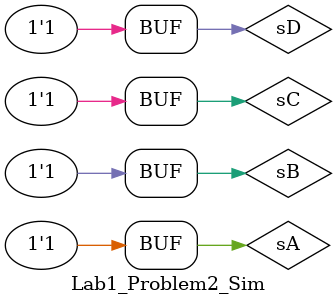
<source format=sv>
`timescale 1ns / 1ps


module Lab1_Problem2_Sim();
    logic sA, sB, sC, sD, sX, sY;
    
    Lab1_Problem2_Equations UUT (
        .A(sA), .B(sB), .C(sC), .D(sD), .X(sX), .Y(sY));
        
    initial begin
    
        sA = 0;
        sB = 0;
        sC = 0;
        sD = 0;
        #10;
        
        sA = 0;
        sB = 0;
        sC = 0;
        sD = 1;
        #10;
        
        sA = 0;
        sB = 0;
        sC = 1;
        sD = 0;
        #10;
        
        sA = 0;
        sB = 0;
        sC = 1;
        sD = 1;
        #10;
        
        sA = 0;
        sB = 1;
        sC = 0;
        sD = 0;
        #10;
        
        sA = 0;
        sB = 1;
        sC = 0;
        sD = 1;
        #10;
        
        sA = 0;
        sB = 1;
        sC = 1;
        sD = 0;
        #10;
        
        sA = 0;
        sB = 1;
        sC = 1;
        sD = 1;
        #10;
        
        sA = 1;
        sB = 0;
        sC = 0;
        sD = 0;
        #10;
        
        sA = 1;
        sB = 0;
        sC = 0;
        sD = 1;
        #10;
        
        sA = 1;
        sB = 0;
        sC = 1;
        sD = 0;
        #10;
        
        sA = 1;
        sB = 0;
        sC = 1;
        sD = 1;
        #10;
        
        sA = 1;
        sB = 1;
        sC = 0;
        sD = 0;
        #10;
        
        sA = 1;
        sB = 1;
        sC = 0;
        sD = 1;
        #10;
        
        sA = 1;
        sB = 1;
        sC = 1;
        sD = 0;
        #10;
        
        sA = 1;
        sB = 1;
        sC = 1;
        sD = 1;
        #10;
        
     end
        
endmodule

</source>
